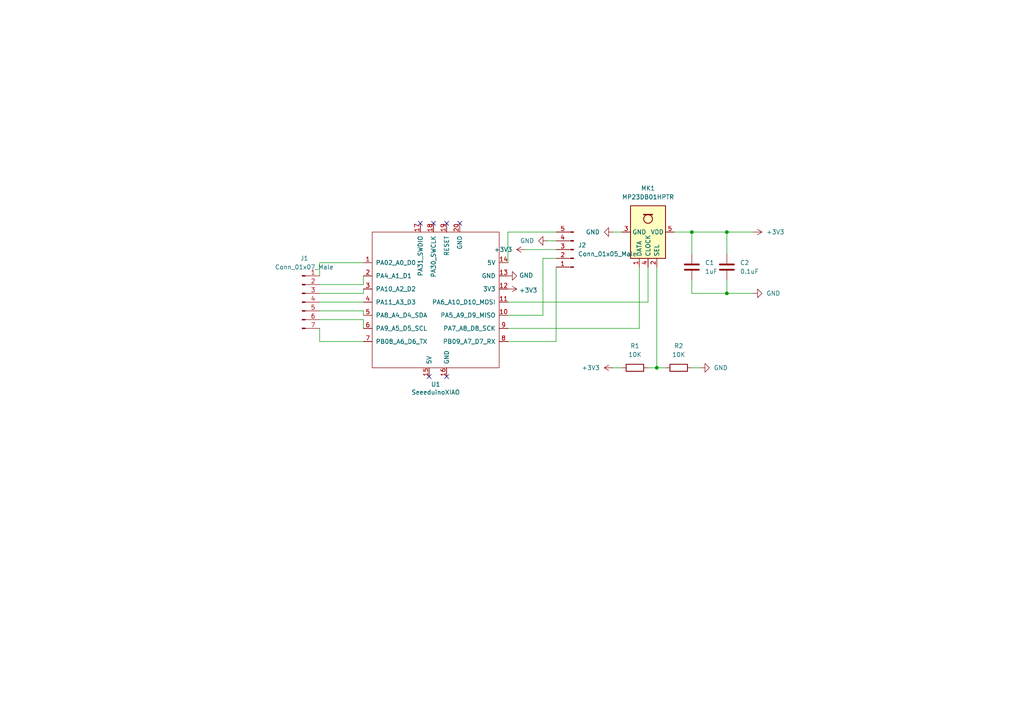
<source format=kicad_sch>
(kicad_sch (version 20211123) (generator eeschema)
  (paper "A4")
  (title_block (title "ANAVI Dev Mic") (date "2024-01-03") (company "ANAVI Technology Ltd."))
  (lib_symbols
    (symbol "Connector:Conn_01x05_Male" (pin_names (offset 1.016) hide)
      (property "Reference" "J" (at 0 7.62 0))
      (property "Value" "Conn_01x05_Male" (at 0 -7.62 0))
      (symbol "Conn_01x05_Male_1_1"
        (polyline (pts (xy 1.27 -5.08) (xy 0.8636 -5.08)) (stroke (width 0.1524)))
        (polyline (pts (xy 1.27 -2.54) (xy 0.8636 -2.54)) (stroke (width 0.1524)))
        (polyline (pts (xy 1.27 0) (xy 0.8636 0)) (stroke (width 0.1524)))
        (polyline (pts (xy 1.27 2.54) (xy 0.8636 2.54)) (stroke (width 0.1524)))
        (polyline (pts (xy 1.27 5.08) (xy 0.8636 5.08)) (stroke (width 0.1524)))
        (rectangle (start 0.8636 -4.953) (end 0 -5.207) (stroke (width 0.1524)) (fill (type outline)))
        (rectangle (start 0.8636 -2.413) (end 0 -2.667) (stroke (width 0.1524)) (fill (type outline)))
        (rectangle (start 0.8636 0.127) (end 0 -0.127) (stroke (width 0.1524)) (fill (type outline)))
        (rectangle (start 0.8636 2.667) (end 0 2.413) (stroke (width 0.1524)) (fill (type outline)))
        (rectangle (start 0.8636 5.207) (end 0 4.953) (stroke (width 0.1524)) (fill (type outline)))
        (pin passive line (at 5.08 5.08 180) (length 3.81) (name "Pin_1") (number "1"))
        (pin passive line (at 5.08 2.54 180) (length 3.81) (name "Pin_2") (number "2"))
        (pin passive line (at 5.08 0 180) (length 3.81) (name "Pin_3") (number "3"))
        (pin passive line (at 5.08 -2.54 180) (length 3.81) (name "Pin_4") (number "4"))
        (pin passive line (at 5.08 -5.08 180) (length 3.81) (name "Pin_5") (number "5"))
      )
    )
    (symbol "Connector:Conn_01x07_Male" (pin_names (offset 1.016) hide)
      (property "Reference" "J" (at 0 10.16 0))
      (property "Value" "Conn_01x07_Male" (at 0 -10.16 0))
      (symbol "Conn_01x07_Male_1_1"
        (polyline (pts (xy 1.27 -7.62) (xy 0.8636 -7.62)) (stroke (width 0.1524)))
        (polyline (pts (xy 1.27 -5.08) (xy 0.8636 -5.08)) (stroke (width 0.1524)))
        (polyline (pts (xy 1.27 -2.54) (xy 0.8636 -2.54)) (stroke (width 0.1524)))
        (polyline (pts (xy 1.27 0) (xy 0.8636 0)) (stroke (width 0.1524)))
        (polyline (pts (xy 1.27 2.54) (xy 0.8636 2.54)) (stroke (width 0.1524)))
        (polyline (pts (xy 1.27 5.08) (xy 0.8636 5.08)) (stroke (width 0.1524)))
        (polyline (pts (xy 1.27 7.62) (xy 0.8636 7.62)) (stroke (width 0.1524)))
        (rectangle (start 0.8636 -7.493) (end 0 -7.747) (stroke (width 0.1524)) (fill (type outline)))
        (rectangle (start 0.8636 -4.953) (end 0 -5.207) (stroke (width 0.1524)) (fill (type outline)))
        (rectangle (start 0.8636 -2.413) (end 0 -2.667) (stroke (width 0.1524)) (fill (type outline)))
        (rectangle (start 0.8636 0.127) (end 0 -0.127) (stroke (width 0.1524)) (fill (type outline)))
        (rectangle (start 0.8636 2.667) (end 0 2.413) (stroke (width 0.1524)) (fill (type outline)))
        (rectangle (start 0.8636 5.207) (end 0 4.953) (stroke (width 0.1524)) (fill (type outline)))
        (rectangle (start 0.8636 7.747) (end 0 7.493) (stroke (width 0.1524)) (fill (type outline)))
        (pin passive line (at 5.08 7.62 180) (length 3.81) (name "Pin_1") (number "1"))
        (pin passive line (at 5.08 5.08 180) (length 3.81) (name "Pin_2") (number "2"))
        (pin passive line (at 5.08 2.54 180) (length 3.81) (name "Pin_3") (number "3"))
        (pin passive line (at 5.08 0 180) (length 3.81) (name "Pin_4") (number "4"))
        (pin passive line (at 5.08 -2.54 180) (length 3.81) (name "Pin_5") (number "5"))
        (pin passive line (at 5.08 -5.08 180) (length 3.81) (name "Pin_6") (number "6"))
        (pin passive line (at 5.08 -7.62 180) (length 3.81) (name "Pin_7") (number "7"))
      )
    )
    (symbol "Device:C" (pin_numbers hide) (pin_names (offset 0.254))
      (property "Reference" "C" (at 0.635 2.54 0))
      (property "Value" "C" (at 0.635 -2.54 0))
      (symbol "C_0_1"
        (polyline (pts (xy -2.032 -0.762) (xy 2.032 -0.762)) (stroke (width 0.508)))
        (polyline (pts (xy -2.032 0.762) (xy 2.032 0.762)) (stroke (width 0.508)))
      )
      (symbol "C_1_1"
        (pin passive line (at 0 3.81 270) (length 2.794) (name "~") (number "1"))
        (pin passive line (at 0 -3.81 90) (length 2.794) (name "~") (number "2"))
      )
    )
    (symbol "Device:R" (pin_numbers hide) (pin_names (offset 0))
      (property "Reference" "R" (at 2.032 0 90))
      (property "Value" "R" (at 0 0 90))
      (symbol "R_0_1"
        (rectangle (start -1.016 -2.54) (end 1.016 2.54) (stroke (width 0.254)))
      )
      (symbol "R_1_1"
        (pin passive line (at 0 3.81 270) (length 1.27) (name "~") (number "1"))
        (pin passive line (at 0 -3.81 90) (length 1.27) (name "~") (number "2"))
      )
    )
    (symbol "Seeeduino_XIAO:SeeeduinoXIAO" (pin_names (offset 1.016))
      (property "Reference" "U" (at -19.05 22.86 0))
      (property "Value" "SeeeduinoXIAO" (at -12.7 21.59 0))
      (symbol "SeeeduinoXIAO_0_1"
        (rectangle (start -19.05 20.32) (end 17.78 -19.05))
      )
      (symbol "SeeeduinoXIAO_1_1"
        (pin unspecified line (at -21.59 11.43 0) (length 2.54) (name "PA02_A0_D0") (number "1"))
        (pin unspecified line (at 20.32 -3.81 180) (length 2.54) (name "PA5_A9_D9_MISO") (number "10"))
        (pin unspecified line (at 20.32 0 180) (length 2.54) (name "PA6_A10_D10_MOSI") (number "11"))
        (pin unspecified line (at 20.32 3.81 180) (length 2.54) (name "3V3") (number "12"))
        (pin unspecified line (at 20.32 7.62 180) (length 2.54) (name "GND") (number "13"))
        (pin unspecified line (at 20.32 11.43 180) (length 2.54) (name "5V") (number "14"))
        (pin input line (at -2.54 -21.59 90) (length 2.54) (name "5V") (number "15"))
        (pin input line (at 2.54 -21.59 90) (length 2.54) (name "GND") (number "16"))
        (pin input line (at -5.08 22.86 270) (length 2.54) (name "PA31_SWDIO") (number "17"))
        (pin input line (at -1.27 22.86 270) (length 2.54) (name "PA30_SWCLK") (number "18"))
        (pin input line (at 2.54 22.86 270) (length 2.54) (name "RESET") (number "19"))
        (pin unspecified line (at -21.59 7.62 0) (length 2.54) (name "PA4_A1_D1") (number "2"))
        (pin input line (at 6.35 22.86 270) (length 2.54) (name "GND") (number "20"))
        (pin unspecified line (at -21.59 3.81 0) (length 2.54) (name "PA10_A2_D2") (number "3"))
        (pin unspecified line (at -21.59 0 0) (length 2.54) (name "PA11_A3_D3") (number "4"))
        (pin unspecified line (at -21.59 -3.81 0) (length 2.54) (name "PA8_A4_D4_SDA") (number "5"))
        (pin unspecified line (at -21.59 -7.62 0) (length 2.54) (name "PA9_A5_D5_SCL") (number "6"))
        (pin unspecified line (at -21.59 -11.43 0) (length 2.54) (name "PB08_A6_D6_TX") (number "7"))
        (pin unspecified line (at 20.32 -11.43 180) (length 2.54) (name "PB09_A7_D7_RX") (number "8"))
        (pin unspecified line (at 20.32 -7.62 180) (length 2.54) (name "PA7_A8_D8_SCK") (number "9"))
      )
    )
    (symbol "Sensor_Audio:SPH0641LU4H-1"
      (property "Reference" "MK" (at 5.08 6.35 0))
      (property "Value" "SPH0641LU4H-1" (at 8.89 -6.35 0))
      (symbol "SPH0641LU4H-1_1_1"
        (rectangle (start -7.62 5.08) (end 7.62 -5.08) (stroke (width 0.254)) (fill (type background)))
        (circle (center -3.81 0) (radius 1.27) (stroke (width 0.254)))
        (polyline (pts (xy -5.08 1.27) (xy -5.08 -1.27)) (stroke (width 0.381)))
        (pin output line (at 10.16 -2.54 180) (length 2.54) (name "DATA") (number "1"))
        (pin input line (at 10.16 2.54 180) (length 2.54) (name "SEL") (number "2"))
        (pin power_in line (at 0 -7.62 90) (length 2.54) (name "GND") (number "3"))
        (pin input line (at 10.16 0 180) (length 2.54) (name "CLOCK") (number "4"))
        (pin power_in line (at 0 7.62 270) (length 2.54) (name "VDD") (number "5"))
      )
    )
    (symbol "power:+3.3V" (power) (pin_names (offset 0))
      (property "Value" "+3.3V" (at 0 3.556 0))
      (symbol "+3.3V_0_1"
        (polyline (pts (xy -0.762 1.27) (xy 0 2.54)))
        (polyline (pts (xy 0 0) (xy 0 2.54)))
        (polyline (pts (xy 0 2.54) (xy 0.762 1.27)))
      )
      (symbol "+3.3V_1_1"
        (pin power_in line (at 0 0 90) (length 0) hide (name "+3V3") (number "1"))
      )
    )
    (symbol "power:GND" (power) (pin_names (offset 0))
      (property "Value" "GND" (at 0 -3.81 0))
      (symbol "GND_0_1"
        (polyline (pts (xy 0 0) (xy 0 -1.27) (xy 1.27 -1.27) (xy 0 -2.54) (xy -1.27 -1.27) (xy 0 -1.27)))
      )
      (symbol "GND_1_1"
        (pin power_in line (at 0 0 270) (length 0) hide (name "GND") (number "1"))
      )
    )
  )
  (junction (at 210.82 85.09))
  (junction (at 190.5 106.68))
  (junction (at 210.82 67.31))
  (junction (at 200.66 67.31))
  (no_connect (at 129.54 109.22))
  (no_connect (at 125.73 64.77))
  (no_connect (at 121.92 64.77))
  (no_connect (at 129.54 64.77))
  (no_connect (at 133.35 64.77))
  (no_connect (at 124.46 109.22))
  (wire (pts (xy 177.8 106.68) (xy 180.34 106.68)))
  (wire (pts (xy 158.75 69.85) (xy 161.29 69.85)))
  (wire (pts (xy 190.5 77.47) (xy 190.5 106.68)))
  (wire (pts (xy 157.48 74.93) (xy 161.29 74.93)))
  (wire (pts (xy 105.41 92.71) (xy 105.41 95.25)))
  (wire (pts (xy 190.5 106.68) (xy 187.96 106.68)))
  (wire (pts (xy 200.66 85.09) (xy 210.82 85.09)))
  (wire (pts (xy 157.48 91.44) (xy 157.48 74.93)))
  (wire (pts (xy 210.82 85.09) (xy 218.44 85.09)))
  (wire (pts (xy 92.71 76.2) (xy 105.41 76.2)))
  (wire (pts (xy 92.71 92.71) (xy 105.41 92.71)))
  (wire (pts (xy 200.66 106.68) (xy 203.2 106.68)))
  (wire (pts (xy 210.82 67.31) (xy 218.44 67.31)))
  (wire (pts (xy 147.32 99.06) (xy 161.29 99.06)))
  (wire (pts (xy 161.29 99.06) (xy 161.29 77.47)))
  (wire (pts (xy 187.96 87.63) (xy 187.96 77.47)))
  (wire (pts (xy 152.4 72.39) (xy 161.29 72.39)))
  (wire (pts (xy 105.41 99.06) (xy 92.71 99.06)))
  (wire (pts (xy 147.32 95.25) (xy 185.42 95.25)))
  (wire (pts (xy 210.82 67.31) (xy 210.82 73.66)))
  (wire (pts (xy 105.41 85.09) (xy 105.41 83.82)))
  (wire (pts (xy 200.66 81.28) (xy 200.66 85.09)))
  (wire (pts (xy 92.71 80.01) (xy 92.71 76.2)))
  (wire (pts (xy 105.41 82.55) (xy 105.41 80.01)))
  (wire (pts (xy 200.66 67.31) (xy 210.82 67.31)))
  (wire (pts (xy 92.71 87.63) (xy 105.41 87.63)))
  (wire (pts (xy 92.71 90.17) (xy 105.41 90.17)))
  (wire (pts (xy 147.32 67.31) (xy 161.29 67.31)))
  (wire (pts (xy 177.8 67.31) (xy 180.34 67.31)))
  (wire (pts (xy 92.71 99.06) (xy 92.71 95.25)))
  (wire (pts (xy 147.32 76.2) (xy 147.32 67.31)))
  (wire (pts (xy 210.82 81.28) (xy 210.82 85.09)))
  (wire (pts (xy 200.66 67.31) (xy 200.66 73.66)))
  (wire (pts (xy 185.42 95.25) (xy 185.42 77.47)))
  (wire (pts (xy 147.32 87.63) (xy 187.96 87.63)))
  (wire (pts (xy 92.71 82.55) (xy 105.41 82.55)))
  (wire (pts (xy 92.71 85.09) (xy 105.41 85.09)))
  (wire (pts (xy 195.58 67.31) (xy 200.66 67.31)))
  (wire (pts (xy 147.32 91.44) (xy 157.48 91.44)))
  (wire (pts (xy 105.41 90.17) (xy 105.41 91.44)))
  (wire (pts (xy 190.5 106.68) (xy 193.04 106.68)))
  (symbol (lib_id "Seeeduino_XIAO:SeeeduinoXIAO") (at 127 87.63 0) (unit 1)
    (property "Reference" "U1" (at 126.365 111.4806 0))
    (property "Value" "SeeeduinoXIAO" (at 126.365 113.792 0))
    (property "Footprint" "xiao:Seeeduino XIAO-MOUDLE14P-2.54-21X17.8MM" (effects hide))
  )
  (symbol (lib_id "power:GND") (at 147.32 80.01 90) (unit 1)
    (property "Reference" "#PWR0103" (effects hide))
    (property "Value" "GND" (at 150.5712 79.883 90) (effects (justify right)))
  )
  (symbol (lib_id "power:+3.3V") (at 147.32 83.82 270) (unit 1)
    (property "Reference" "#PWR0104" (effects hide))
    (property "Value" "+3.3V" (at 150.5712 84.201 90) (effects (justify left)))
  )
  (symbol (lib_id "power:+3.3V") (at 177.8 106.68 90) (unit 1)
    (property "Reference" "#PWR0105" (effects hide))
    (property "Value" "+3.3V" (at 173.99 106.6799 90) (effects (justify left)))
  )
  (symbol (lib_id "power:GND") (at 158.75 69.85 270) (unit 1)
    (property "Reference" "#PWR0109" (effects hide))
    (property "Value" "GND" (at 154.94 69.8499 90) (effects (justify right)))
  )
  (symbol (lib_id "power:GND") (at 177.8 67.31 270) (unit 1)
    (property "Reference" "#PWR0102" (effects hide))
    (property "Value" "GND" (at 173.99 67.3099 90) (effects (justify right)))
  )
  (symbol (lib_id "power:GND") (at 218.44 85.09 90) (unit 1)
    (property "Reference" "#PWR0106" (effects hide))
    (property "Value" "GND" (at 222.25 85.0899 90) (effects (justify right)))
  )
  (symbol (lib_id "Sensor_Audio:SPH0641LU4H-1") (at 187.96 67.31 270) (unit 1)
    (property "Reference" "MK1" (at 187.96 54.61 90))
    (property "Value" "MP23DB01HPTR" (at 187.96 57.15 90))
    (property "Footprint" "Sensor_Audio:Knowles_LGA-5_3.5x2.65mm" (effects hide))
    (property "Datasheet" "https://www.knowles.com/docs/default-source/model-downloads/sph0641lu4h-1-revb.pdf" (effects hide))
  )
  (symbol (lib_id "Device:C") (at 200.66 77.47 0) (unit 1)
    (property "Reference" "C1" (at 204.47 76.1999 0) (effects (justify left)))
    (property "Value" "1uF" (at 204.47 78.7399 0) (effects (justify left)))
    (property "Footprint" "Capacitor_SMD:C_0603_1608Metric_Pad1.08x0.95mm_HandSolder" (effects hide))
  )
  (symbol (lib_id "Device:R") (at 196.85 106.68 270) (unit 1)
    (property "Reference" "R2" (at 196.85 100.33 90))
    (property "Value" "10K" (at 196.85 102.87 90))
    (property "Footprint" "Resistor_SMD:R_0603_1608Metric_Pad0.98x0.95mm_HandSolder" (effects hide))
  )
  (symbol (lib_id "Connector:Conn_01x07_Male") (at 87.63 87.63 0) (unit 1)
    (property "Reference" "J1" (at 88.265 74.93 0))
    (property "Value" "Conn_01x07_Male" (at 88.265 77.47 0))
    (property "Footprint" "Connector_PinHeader_2.54mm:PinHeader_1x07_P2.54mm_Vertical" (effects hide))
  )
  (symbol (lib_id "Device:C") (at 210.82 77.47 0) (unit 1)
    (property "Reference" "C2" (at 214.63 76.1999 0) (effects (justify left)))
    (property "Value" "0.1uF" (at 214.63 78.7399 0) (effects (justify left)))
    (property "Footprint" "Capacitor_SMD:C_0603_1608Metric_Pad1.08x0.95mm_HandSolder" (effects hide))
  )
  (symbol (lib_id "Connector:Conn_01x05_Male") (at 166.37 72.39 180) (unit 1)
    (property "Reference" "J2" (at 167.64 71.1199 0) (effects (justify right)))
    (property "Value" "Conn_01x05_Male" (at 167.64 73.6599 0) (effects (justify right)))
    (property "Footprint" "Connector_PinHeader_2.54mm:PinHeader_1x05_P2.54mm_Vertical" (effects hide))
  )
  (symbol (lib_id "power:+3.3V") (at 218.44 67.31 270) (unit 1)
    (property "Reference" "#PWR0107" (effects hide))
    (property "Value" "+3.3V" (at 222.25 67.3099 90) (effects (justify left)))
  )
  (symbol (lib_id "power:+3.3V") (at 152.4 72.39 90) (unit 1)
    (property "Reference" "#PWR0108" (effects hide))
    (property "Value" "+3.3V" (at 148.59 72.3899 90) (effects (justify left)))
  )
  (symbol (lib_id "Device:R") (at 184.15 106.68 270) (unit 1)
    (property "Reference" "R1" (at 184.15 100.33 90))
    (property "Value" "10K" (at 184.15 102.87 90))
    (property "Footprint" "Resistor_SMD:R_0603_1608Metric_Pad0.98x0.95mm_HandSolder" (effects hide))
  )
  (symbol (lib_id "power:GND") (at 203.2 106.68 90) (unit 1)
    (property "Reference" "#PWR0101" (effects hide))
    (property "Value" "GND" (at 207.01 106.6799 90) (effects (justify right)))
  )
)
</source>
